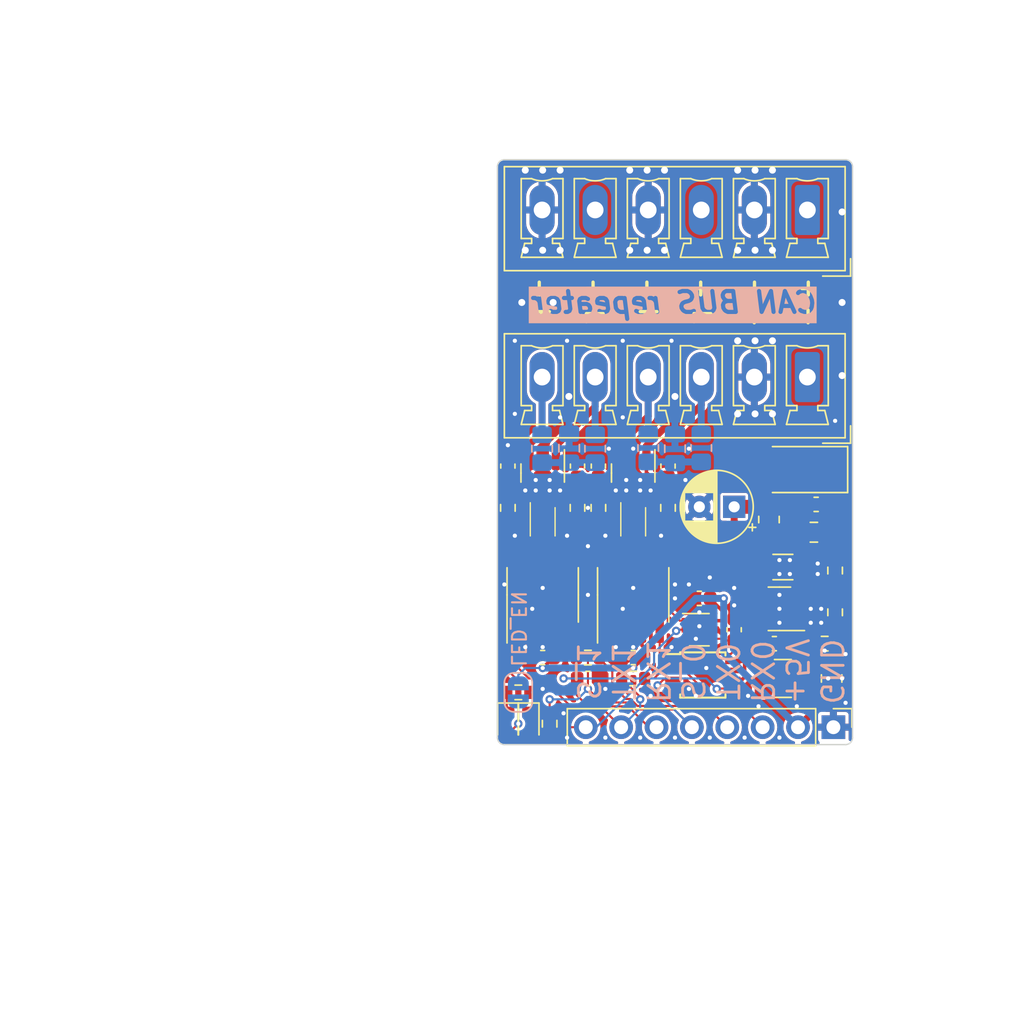
<source format=kicad_pcb>
(kicad_pcb (version 20221018) (generator pcbnew)
  (layers (0 "F.Cu" signal) (31 "B.Cu" signal) (34 "B.Paste" user) (35 "F.Paste" user) (36 "B.SilkS" user "B.Silkscreen") (37 "F.SilkS" user "F.Silkscreen") (38 "B.Mask" user) (39 "F.Mask" user) (44 "Edge.Cuts" user))
  (net 0 "")
  (net 1 "GND")
  (net 2 "/L_1")
  (net 3 "/XCVR1/CAN_{SPLIT}")
  (net 4 "/H_1")
  (net 5 "/L_0")
  (net 6 "+24V")
  (net 7 "/vreg/BST")
  (net 8 "/vreg/FB")
  (net 9 "/vreg/SW")
  (net 10 "/vreg/EN")
  (net 11 "/XCVR/CAN_{SPLIT}")
  (net 12 "/H_0")
  (net 13 "/TX_1")
  (net 14 "/RX_1")
  (net 15 "/TX_0")
  (net 16 "/RX_0")
  (net 17 "/XCVR1/H")
  (net 18 "/XCVR1/L")
  (net 19 "/XCVR/H")
  (net 20 "/XCVR/L")
  (net 21 "+5V")
  (net 22 "/S_1")
  (net 23 "/S_0")
  (net 24 "/CLK")
  (net 25 "Net-(D4-K)")
  (net 26 "+5VL")
  (net 27 "Net-(D5-K)")
  (net 28 "VBUS")
  (net 29 "Net-(F1-Pad2)")
  (net 30 "Net-(L4-Pad1)")
  (net 31 "Net-(L4-Pad4)")
  (net 32 "Net-(L5-Pad1)")
  (net 33 "Net-(L5-Pad4)")
  (footprint "Diode_SMD:D_SMA" (layer "F.Cu") (at 134 70.25 180)
    (fp_text reference "D1" hide)
    (fp_text value "D_Zener")
  )
  (footprint "Capacitor_SMD:C_0603_1608Metric" (layer "F.Cu") (at 122 83.75)
    (fp_text reference "C26" hide)
    (fp_text value "100n")
  )
  (footprint "Capacitor_SMD:C_0603_1608Metric" (layer "F.Cu") (at 124.5 70 90)
    (fp_text reference "C16" hide)
    (fp_text value "C")
  )
  (footprint "Resistor_SMD:R_0603_1608Metric" (layer "F.Cu") (at 136.499999 80.5 -90)
    (fp_text reference "R44" hide)
    (fp_text value "8k2")
  )
  (footprint "Capacitor_SMD:C_0603_1608Metric" (layer "F.Cu") (at 118.75 85.25)
    (fp_text reference "C12" hide)
    (fp_text value "5pF")
  )
  (footprint "Inductor_SMD:L_CommonModeChoke_Coilcraft_0805USB" (layer "F.Cu") (at 122 74)
    (fp_text reference "L5" hide)
    (fp_text value "L_Ferrite_Coupled")
  )
  (footprint "Package_SO:SOIC-8_3.9x4.9mm_P1.27mm" (layer "F.Cu") (at 122 79.25 90)
    (fp_text reference "U6" hide)
    (fp_text value "TJA1051T-3")
  )
  (footprint "Resistor_SMD:R_0603_1608Metric" (layer "F.Cu") (at 113 73 -90)
    (fp_text reference "R17" hide)
    (fp_text value "R")
  )
  (footprint "Package_SO:SOIC-8_3.9x4.9mm_P1.27mm" (layer "F.Cu") (at 115.5 79.25 90)
    (fp_text reference "U1" hide)
    (fp_text value "TJA1051T-3")
  )
  (footprint "Resistor_SMD:R_0603_1608Metric" (layer "F.Cu") (at 136.5 77.5 90)
    (fp_text reference "R42" hide)
    (fp_text value "1M")
  )
  (footprint "LED_SMD:LED_0603_1608Metric" (layer "F.Cu") (at 113 88.5 -90)
    (fp_text reference "D5" hide)
    (fp_text value "LED_1")
  )
  (footprint "Package_SO:TSSOP-8_3x3mm_P0.65mm" (layer "F.Cu") (at 127 85)
    (fp_text reference "U3" hide)
    (fp_text value "74LVC2G74")
  )
  (footprint "Package_TO_SOT_SMD:SOT-23" (layer "F.Cu") (at 122 70.5 -90)
    (fp_text reference "D7" hide)
    (fp_text value "SM712_SOT23")
  )
  (footprint "LED_SMD:LED_0603_1608Metric" (layer "F.Cu") (at 114.5 88.5 -90)
    (fp_text reference "D4" hide)
    (fp_text value "LED_0")
  )
  (footprint "Package_TO_SOT_SMD:SOT-23" (layer "F.Cu") (at 115.5 70.5 -90)
    (fp_text reference "D6" hide)
    (fp_text value "SM712_SOT23")
  )
  (footprint "Capacitor_SMD:C_0603_1608Metric" (layer "F.Cu") (at 113 70 90)
    (fp_text reference "C15" hide)
    (fp_text value "C")
  )
  (footprint "Resistor_SMD:R_0603_1608Metric" (layer "F.Cu") (at 119.5 73 -90)
    (fp_text reference "R21" hide)
    (fp_text value "R")
  )
  (footprint "Capacitor_SMD:C_0603_1608Metric" (layer "F.Cu") (at 119.5 70 90)
    (fp_text reference "C18" hide)
    (fp_text value "C")
  )
  (footprint "Connector_Phoenix_MC:PhoenixContact_MCV_1,5_6-G-3.81_1x06_P3.81mm_Vertical" (layer "F.Cu") (at 134.5075 51.6075 180)
    (fp_text reference "J3" hide)
    (fp_text value "Screw_Terminal_01x06")
  )
  (footprint "Capacitor_SMD:C_1206_3216Metric" (layer "F.Cu") (at 132.75 77.25 180)
    (fp_text reference "C40" hide)
    (fp_text value "10u")
  )
  (footprint "Capacitor_SMD:C_0603_1608Metric" (layer "F.Cu") (at 132.1375 82.75 180)
    (fp_text reference "C41" hide)
    (fp_text value "100n")
  )
  (footprint "Inductor_SMD:L_CommonModeChoke_Coilcraft_0805USB" (layer "F.Cu") (at 115.5 74)
    (fp_text reference "L4" hide)
    (fp_text value "L_Ferrite_Coupled")
  )
  (footprint "Capacitor_SMD:C_0603_1608Metric" (layer "F.Cu") (at 118 70 90)
    (fp_text reference "C2" hide)
    (fp_text value "C")
  )
  (footprint "Resistor_SMD:R_0603_1608Metric" (layer "F.Cu") (at 118.75 83.75)
    (fp_text reference "R3" hide)
    (fp_text value "R")
  )
  (footprint "Resistor_SMD:R_0603_1608Metric" (layer "F.Cu") (at 122 85.25 180)
    (fp_text reference "R2" hide)
    (fp_text value "R")
  )
  (footprint "Resistor_SMD:R_0603_1608Metric" (layer "F.Cu") (at 113.75 86.25 180)
    (fp_text reference "R5" hide)
    (fp_text value "R")
  )
  (footprint "Inductor_SMD:L_1210_3225Metric" (layer "F.Cu") (at 132.75 85.25)
    (fp_text reference "L2" hide)
    (fp_text value "22u")
  )
  (footprint "Resistor_SMD:R_0603_1608Metric" (layer "F.Cu") (at 135.75 82.75)
    (fp_text reference "R43" hide)
    (fp_text value "43k")
  )
  (footprint "Capacitor_SMD:C_0603_1608Metric" (layer "F.Cu") (at 126.75 79.5)
    (fp_text reference "C11" hide)
    (fp_text value "100n")
  )
  (footprint "Connector_PinHeader_2.54mm:PinHeader_1x08_P2.54mm_Vertical" (layer "F.Cu") (at 136.375 88.75 -90)
    (fp_text reference "J2" hide)
    (fp_text value "Conn_01x08")
  )
  (footprint "Package_TO_SOT_SMD:SOT-23-6" (layer "F.Cu") (at 132.5 80.25 180)
    (fp_text reference "U8" hide)
    (fp_text value "TD1465")
  )
  (footprint "Fuse:Fuse_0805_2012Metric_Pad1.15x1.40mm_HandSolder" (layer "F.Cu") (at 134.975 74.75 180)
    (fp_text reference "F1" hide)
    (fp_text value "Fuse")
  )
  (footprint "Capacitor_SMD:C_0805_2012Metric" (layer "F.Cu") (at 136.25 85.25 -90)
    (fp_text reference "C42" hide)
    (fp_text value "22u")
  )
  (footprint "Resistor_SMD:R_0603_1608Metric" (layer "F.Cu") (at 116 88.5 90)
    (fp_text reference "R4" hide)
    (fp_text value "R")
  )
  (footprint "Connector_Phoenix_MC:PhoenixContact_MCV_1,5_6-G-3.81_1x06_P3.81mm_Vertical" (layer "F.Cu") (at 134.5075 63.6075 180)
    (fp_text reference "J1" hide)
    (fp_text value "Screw_Terminal_01x06")
  )
  (footprint "Resistor_SMD:R_0603_1608Metric" (layer "F.Cu") (at 124.5 73 -90)
    (fp_text reference "R18" hide)
    (fp_text value "R")
  )
  (footprint "Resistor_SMD:R_0603_1608Metric" (layer "F.Cu") (at 118 73 -90)
    (fp_text reference "R14" hide)
    (fp_text value "R")
  )
  (footprint "Capacitor_SMD:C_0603_1608Metric" (layer "F.Cu") (at 115.5 83.75)
    (fp_text reference "C7" hide)
    (fp_text value "100n")
  )
  (footprint "Capacitor_SMD:C_0603_1608Metric_Pad1.08x0.95mm_HandSolder" (layer "F.Cu") (at 135.1375 72.75 180)
    (fp_text reference "C1" hide)
    (fp_text value "C")
  )
  (footprint "Capacitor_THT:CP_Radial_D5.0mm_P2.50mm" (layer "F.Cu") (at 129.25 72.925 180)
    (fp_text reference "C3" hide)
    (fp_text value "C_Polarized")
  )
  (footprint "Package_TO_SOT_SMD:SOT-353_SC-70-5" (layer "F.Cu") (at 126.75 81.75)
    (fp_text reference "U2" hide)
    (fp_text value "74LVC1G00")
  )
  (footprint "Capacitor_SMD:C_0603_1608Metric" (layer "F.Cu") (at 129.25 81.75 90)
    (fp_text reference "C13" hide)
    (fp_text value "C")
  )
  (footprint "Resistor_SMD:R_0805_2012Metric" (layer "F.Cu") (at 131.75 73.8375 90)
    (fp_text reference "R1" hide)
    (fp_text value "R")
  )
  (footprint "Resistor_SMD:R_0805_2012Metric_Pad1.20x1.40mm_HandSolder" (layer "B.Cu") (at 115.4575 68.75 90)
    (fp_text reference "R16" hide)
    (fp_text value "R")
  )
  (footprint "Capacitor_SMD:C_0805_2012Metric_Pad1.18x1.45mm_HandSolder" (layer "B.Cu") (at 117.4 68.7125 90)
    (fp_text reference "C14" hide)
    (fp_text value "C")
  )
  (footprint "Resistor_SMD:R_0805_2012Metric_Pad1.20x1.40mm_HandSolder" (layer "B.Cu") (at 119.2675 68.75 -90)
    (fp_text reference "R15" hide)
    (fp_text value "R")
  )
  (footprint "Resistor_SMD:R_0805_2012Metric_Pad1.20x1.40mm_HandSolder" (layer "B.Cu") (at 126.8875 68.7 -90)
    (fp_text reference "R19" hide)
    (fp_text value "R")
  )
  (footprint "Resistor_SMD:R_0805_2012Metric_Pad1.20x1.40mm_HandSolder" (layer "B.Cu") (at 123.0775 68.7 90)
    (fp_text reference "R20" hide)
    (fp_text value "R")
  )
  (footprint "Capacitor_SMD:C_0805_2012Metric_Pad1.18x1.45mm_HandSolder" (layer "B.Cu") (at 125 68.75 90)
    (fp_text reference "C17" hide)
    (fp_text value "C")
  )
  (footprint "Jumper:SolderJumper-2_P1.3mm_Open_RoundedPad1.0x1.5mm" (layer "B.Cu") (at 113.75 86.25 -90)
    (fp_text reference "JP1" hide)
    (fp_text value "SolderJumper_2_Open")
  )
  (gr_line (start 112.75 90) (end 137.25 90) (stroke (width 0.1)) (layer "Edge.Cuts"))
  (gr_line (start 137.25 48) (end 112.75 48) (stroke (width 0.1)) (layer "Edge.Cuts"))
  (gr_arc (start 112.75 90) (mid 112.396447 89.853553) (end 112.25 89.5) (stroke (width 0.1)) (layer "Edge.Cuts"))
  (gr_line (start 112.25 48.5) (end 112.25 89.5) (stroke (width 0.1)) (layer "Edge.Cuts"))
  (gr_line (start 137.75 89.5) (end 137.75 48.5) (stroke (width 0.1)) (layer "Edge.Cuts"))
  (gr_arc (start 137.250001 48) (mid 137.603553 48.146447) (end 137.75 48.499999) (stroke (width 0.1)) (layer "Edge.Cuts"))
  (gr_arc (start 112.25 48.499999) (mid 112.396447 48.146447) (end 112.749999 48) (stroke (width 0.1)) (layer "Edge.Cuts"))
  (gr_arc (start 137.749999 89.5) (mid 137.603552 89.853552) (end 137.25 89.999999) (stroke (width 0.1)) (layer "Edge.Cuts"))
  (gr_text "LED_EN" (at 113.75 84.5 270) (layer "B.SilkS") (effects (font (size 1 1)) (justify left mirror)))
  (gr_text "GND\n+5V\nRX0\nTX0\nS_0\nRX1\nTX1\nS_1" (at 127.5 84.75 270) (layer "B.SilkS") (effects (font (size 1.55 1.55) (thickness 0.2)) (justify mirror)))
  (gr_text "CAN BUS repeater" (at 125 58.25) (layer "B.SilkS" knockout) (effects (font (size 1.5 1.5) (thickness 0.3) bold italic) (justify mirror)))
  (gr_text "+\n\n-\n\nL\n\nH\n\nL\n\nH" (at 124.9825 59.25 270) (layer "F.SilkS") (effects (font (size 1.2 1.2) (thickness 0.24) bold)))
  (gr_text "+\n\n-\n\n+\n\n-\n\n+\n\n-" (at 125 57.25 270) (layer "F.SilkS") (effects (font (size 1.2 1.2) (thickness 0.24) bold)))
  (segment (start 125.975 85.975) (end 126 86) (width 0.25) (layer "F.Cu") (net 1))
  (segment (start 124.85 85.975) (end 125.975 85.975) (width 0.25) (layer "F.Cu") (net 1))
  (segment (start 125.8 82.4) (end 126.5 82.4) (width 0.25) (layer "F.Cu") (net 1))
  (via (at 117.25 75) (size 0.6) (drill 0.3) (layers "F.Cu" "B.Cu") (net 1))
  (via (at 118.75 73) (size 0.6) (drill 0.3) (layers "F.Cu" "B.Cu") (net 1))
  (via (at 120 89.5) (size 0.6) (drill 0.3) (layers "F.Cu" "B.Cu") (net 1))
  (via (at 129.5 48.75) (size 0.8) (drill 0.5) (layers "F.Cu" "B.Cu") (net 1))
  (via (at 124 75) (size 0.6) (drill 0.3) (layers "F.Cu" "B.Cu") (net 1))
  (via (at 126 78.5) (size 0.6) (drill 0.3) (layers "F.Cu" "B.Cu") (net 1))
  (via (at 132 61) (size 0.8) (drill 0.5) (layers "F.Cu" "B.Cu") (net 1))
  (via (at 127.25 84.5) (size 0.6) (drill 0.3) (layers "F.Cu" "B.Cu") (net 1))
  (via (at 137.25 87) (size 0.6) (drill 0.3) (layers "F.Cu" "B.Cu") (net 1))
  (via (at 114 58.25) (size 0.8) (drill 0.5) (layers "F.Cu" "B.Cu") (net 1))
  (via (at 121.5 71.75) (size 0.6) (drill 0.3) (layers "F.Cu" "B.Cu") (net 1))
  (via (at 117.25 61) (size 0.6) (drill 0.3) (layers "F.Cu" "B.Cu") (net 1))
  (via (at 112.75 78.5) (size 0.6) (drill 0.3) (layers "F.Cu" "B.Cu") (net 1))
  (via (at 129.25 78.75) (size 0.6) (drill 0.3) (layers "F.Cu" "B.Cu") (net 1))
  (via (at 120.25 68.75) (size 0.6) (drill 0.3) (layers "F.Cu" "B.Cu") (net 1))
  (via (at 135.25 77) (size 0.6) (drill 0.3) (layers "F.Cu" "B.Cu") (net 1))
  (via (at 130.25 86.5) (size 0.6) (drill 0.3) (layers "F.Cu" "B.Cu") (net 1))
  (via (at 121.5 71) (size 0.6) (drill 0.3) (layers "F.Cu" "B.Cu") (net 1))
  (via (at 126.75 81.5) (size 0.6) (drill 0.3) (layers "F.Cu" "B.Cu") (net 1))
  (via (at 123.25 71.75) (size 0.6) (drill 0.3) (layers "F.Cu" "B.Cu") (net 1))
  (via (at 133.25 77.75) (size 0.6) (drill 0.3) (layers "F.Cu" "B.Cu") (net 1))
  (via (at 124.75 61) (size 0.6) (drill 0.3) (layers "F.Cu" "B.Cu") (net 1))
  (via (at 134.75 81.25) (size 0.6) (drill 0.3) (layers "F.Cu" "B.Cu") (net 1))
  (via (at 132.5 89.5) (size 0.6) (drill 0.3) (layers "F.Cu" "B.Cu") (net 1))
  (via (at 126 86) (size 0.6) (drill 0.3) (layers "F.Cu" "B.Cu") (net 1))
  (via (at 114.25 83) (size 0.6) (drill 0.3) (layers "F.Cu" "B.Cu") (net 1))
  (via (at 132.5 79.25) (size 0.6) (drill 0.3) (layers "F.Cu" "B.Cu") (net 1))
  (via (at 116.75 48.75) (size 0.8) (drill 0.5) (layers "F.Cu" "B.Cu") (net 1))
  (via (at 130.75 48.75) (size 0.8) (drill 0.5) (layers "F.Cu" "B.Cu") (net 1))
  (via (at 121.75 54.5) (size 0.8) (drill 0.5) (layers "F.Cu" "B.Cu") (net 1))
  (via (at 122.5 89.5) (size 0.6) (drill 0.3) (layers "F.Cu" "B.Cu") (net 1))
  (via (at 114.25 54.5) (size 0.8) (drill 0.5) (layers "F.Cu" "B.Cu") (net 1))
  (via (at 116.25 58.25) (size 0.8) (drill 0.5) (layers "F.Cu" "B.Cu") (net 1))
  (via (at 113 68.5) (size 0.6) (drill 0.3) (layers "F.Cu" "B.Cu") (net 1))
  (via (at 117.38 65) (size 0.8) (drill 0.5) (layers "F.Cu" "B.Cu") (net 1))
  (via (at 116.75 66.5) (size 0.6) (drill 0.3) (layers "F.Cu" "B.Cu") (net 1))
  (via (at 121.25 61) (size 0.6) (drill 0.3) (layers "F.Cu" "B.Cu") (net 1))
  (via (at 113.5 75) (size 0.6) (drill 0.3) (layers "F.Cu" "B.Cu") (net 1))
  (via (at 137.25 83.5) (size 0.6) (drill 0.3) (layers "F.Cu" "B.Cu") (net 1))
  (via (at 132 66.25) (size 0.8) (drill 0.5) (layers "F.Cu" "B.Cu") (net 1))
  (via (at 122 68.75) (size 0.6) (drill 0.3) (layers "F.Cu" "B.Cu") (net 1))
  (via (at 123 54.5) (size 0.8) (drill 0.5) (layers "F.Cu" "B.Cu") (net 1))
  (via (at 122 78.75) (size 0.6) (drill 0.3) (layers "F.Cu" "B.Cu") (net 1))
  (via (at 117 87.75) (size 0.6) (drill 0.3) (layers "F.Cu" "B.Cu") (net 1))
  (via (at 122 83) (size 0.6) (drill 0.3) (layers "F.Cu" "B.Cu") (net 1))
  (via (at 123.25 86.5) (size 0.6) (drill 0.3) (layers "F.Cu" "B.Cu") (net 1))
  (via (at 120.75 83) (size 0.6) (drill 0.3) (layers "F.Cu" "B.Cu") (net 1))
  (via (at 115.5 78.75) (size 0.6) (drill 0.3) (layers "F.Cu" "B.Cu") (net 1))
  (via (at 122.5 71) (size 0.6) (drill 0.3) (layers "F.Cu" "B.Cu") (net 1))
  (via (at 125 78.5) (size 0.6) (drill 0.3) (layers "F.Cu" "B.Cu") (net 1))
  (via (at 116.75 71.75) (size 0.6) (drill 0.3) (layers "F.Cu" "B.Cu") (net 1))
  (via (at 117.25 89.5) (size 0.6) (drill 0.3) (layers "F.Cu" "B.Cu") (net 1))
  (via (at 113.5 61) (size 0.6) (drill 0.3) (layers "F.Cu" "B.Cu") (net 1))
  (via (at 132.5 80.25) (size 0.6) (drill 0.3) (layers "F.Cu" "B.Cu") (net 1))
  (via (at 115.5 83) (size 0.6) (drill 0.3) (layers "F.Cu" "B.Cu") (net 1))
  (via (at 125 79.5) (size 0.6) (drill 0.3) (layers "F.Cu" "B.Cu") (net 1))
  (via (at 132.5 81.25) (size 0.6) (drill 0.3) (layers "F.Cu" "B.Cu") (net 1))
  (via (at 130.75 61) (size 0.8) (drill 0.5) (layers "F.Cu" "B.Cu") (net 1))
  (via (at 133.25 76.75) (size 0.6) (drill 0.3) (layers "F.Cu" "B.Cu") (net 1))
  (via (at 132.5 77.75) (size 0.6) (drill 0.3) (layers "F.Cu" "B.Cu") (net 1))
  (via (at 121.25 66.5) (size 0.6) (drill 0.3) (layers "F.Cu" "B.Cu") (net 1))
  (via (at 129.5 66.25) (size 0.8) (drill 0.5) (layers "F.Cu" "B.Cu") (net 1))
  (via (at 135.25 77.75) (size 0.6) (drill 0.3) (layers "F.Cu" "B.Cu") (net 1))
  (via (at 125 89.5) (size 0.6) (drill 0.3) (layers "F.Cu" "B.Cu") (net 1))
  (via (at 131 87.25) (size 0.6) (drill 0.3) (layers "F.Cu" "B.Cu") (net 1))
  (via (at 124.25 48.75) (size 0.8) (drill 0.5) (layers "F.Cu" "B.Cu") (net 1))
  (via (at 132 54.5) (size 0.8) (drill 0.5) (layers "F.Cu" "B.Cu") (net 1))
  (via (at 135.75 83.25) (size 0.6) (drill 0.3) (layers "F.Cu" "B.Cu") (net 1))
  (via (at 137 51.75) (size 0.8) (drill 0.5) (layers "F.Cu" "B.Cu") (net 1))
  (via (at 115.5 86) (size 0.6) (drill 0.3) (layers "F.Cu" "B.Cu") (net 1))
  (via (at 126.5 82.4) (size 0.6) (drill 0.3) (layers "F.Cu" "B.Cu") (net 1))
  (via (at 133.75 87.25) (size 0.6) (drill 0.3) (layers "F.Cu" "B.Cu") (net 1))
  (via (at 115.5 54.5) (size 0.8) (drill 0.5) (layers "F.Cu" "B.Cu") (net 1))
  (via (at 113.5 66.25) (size 0.6) (drill 0.3) (layers "F.Cu" "B.Cu") (net 1))
  (via (at 126 68.75) (size 0.6) (drill 0.3) (layers "F.Cu" "B.Cu") (net 1))
  (via (at 124.75 83) (size 0.6) (drill 0.3) (layers "F.Cu" "B.Cu") (net 1))
  (via (at 116 71.75) (size 0.6) (drill 0.3) (layers "F.Cu" "B.Cu") (net 1))
  (via (at 118.75 79.25) (size 0.6) (drill 0.3) (layers "F.Cu" "B.Cu") (net 1))
  (via (at 121.25 80.25) (size 0.6) (drill 0.3) (layers "F.Cu" "B.Cu") (net 1))
  (via (at 129.5 54.5) (size 0.8) (drill 0.5) (layers "F.Cu" "B.Cu") (net 1))
  (via (at 120 86) (size 0.6) (drill 0.3) (layers "F.Cu" "B.Cu") (net 1))
  (via (at 120.75 71.75) (size 0.6) (drill 0.3) (layers "F.Cu" "B.Cu") (net 1))
  (via (at 126.75 80.5) (size 0.6) (drill 0.3) (layers "F.Cu" "B.Cu") (net 1))
  (via (at 118.75 75.75) (size 0.6) (drill 0.3) (layers "F.Cu" "B.Cu") (net 1))
  (via (at 114.25 48.75) (size 0.8) (drill 0.5) (layers "F.Cu" "B.Cu") (net 1))
  (via (at 114.25 71.75) (size 0.6) (drill 0.3) (layers "F.Cu" "B.Cu") (net 1))
  (via (at 134.75 80.25) (size 0.6) (drill 0.3) (layers "F.Cu" "B.Cu") (net 1))
  (via (at 135.5 80.25) (size 0.6) (drill 0.3) (layers "F.Cu" "B.Cu") (net 1))
  (via (at 120 75) (size 0.6) (drill 0.3) (layers "F.Cu" "B.Cu") (net 1))
  (via (at 122.5 71.75) (size 0.6) (drill 0.3) (layers "F.Cu" "B.Cu") (net 1))
  (via (at 114.75 80.25) (size 0.6) (drill 0.3) (layers "F.Cu" "B.Cu") (net 1))
  (via (at 129.25 80) (size 0.6) (drill 0.3) (layers "F.Cu" "B.Cu") (net 1))
  (via (at 115 71) (size 0.6) (drill 0.3) (layers "F.Cu" "B.Cu") (net 1))
  (via (at 137 58.25) (size 0.8) (drill 0.5) (layers "F.Cu" "B.Cu") (net 1))
  (via (at 126.5 86.5) (size 0.6) (drill 0.3) (layers "F.Cu" "B.Cu") (net 1))
  (via (at 116.75 54.5) (size 0.8) (drill 0.5) (layers "F.Cu" "B.Cu") (net 1))
  (via (at 137 85.25) (size 0.6) (drill 0.3) (layers "F.Cu" "B.Cu") (net 1))
  (via (at 130 89.5) (size 0.6) (drill 0.3) (layers "F.Cu" "B.Cu") (net 1))
  (via (at 136 85.25) (size 0.6) (drill 0.3) (layers "F.Cu" "B.Cu") (net 1))
  (via (at 132.5 76.75) (size 0.6) (drill 0.3) (layers "F.Cu" "B.Cu") (net 1))
  (via (at 136.5 66.75) (size 0.6) (drill 0.3) (layers "F.Cu" "B.Cu") (net 1))
  (via (at 123 48.75) (size 0.8) (drill 0.5) (layers "F.Cu" "B.Cu") (net 1))
  (via (at 127.5 78) (size 0.6) (drill 0.3) (layers "F.Cu" "B.Cu") (net 1))
  (via (at 127.5 89.5) (size 0.6) (drill 0.3) (layers "F.Cu" "B.Cu") (net 1))
  (via (at 125.75 71) (size 0.6) (drill 0.3) (layers "F.Cu" "B.Cu") (net 1))
  (via (at 121.75 48.75) (size 0.8) (drill 0.5) (layers "F.Cu" "B.Cu") (net 1))
  (via (at 124.25 54.5) (size 0.8) (drill 0.5) (layers "F.Cu" "B.Cu") (net 1))
  (via (at 129.5 61) (size 0.8) (drill 0.5) (layers "F.Cu" "B.Cu") (net 1))
  (via (at 137 63.5) (size 0.8) (drill 0.5) (layers "F.Cu" "B.Cu") (net 1))
  (via (at 130.75 54.5) (size 0.8) (drill 0.5) (layers "F.Cu" "B.Cu") (net 1))
  (via (at 125 65) (size 0.8) (drill 0.5) (layers "F.Cu" "B.Cu") (net 1))
  (via (at 115.5 48.75) (size 0.8) (drill 0.5) (layers "F.Cu" "B.Cu") (net 1))
  (via (at 130.75 66.25) (size 0.8) (drill 0.5) (layers "F.Cu" "B.Cu") (net 1))
  (via (at 116 71) (size 0.6) (drill 0.3) (layers "F.Cu" "B.Cu") (net 1))
  (via (at 115 71.75) (size 0.6) (drill 0.3) (layers "F.Cu" "B.Cu") (net 1))
  (via (at 135.5 81.25) (size 0.6) (drill 0.3) (layers "F.Cu" "B.Cu") (net 1))
  (via (at 132 48.75) (size 0.8) (drill 0.5) (layers "F.Cu" "B.Cu") (net 1))
  (segment (start 119.2675 65.7325) (end 116.45 68.55) (width 0.5) (layer "F.Cu") (net 2))
  (segment (start 118 70.775) (end 118 72.175) (width 0.25) (layer "F.Cu") (net 2))
  (segment (start 116.45 69.5625) (end 116.45 70.45) (width 0.25) (layer "F.Cu") (net 2))
  (segment (start 116.775 70.775) (end 118 70.775) (width 0.25) (layer "F.Cu") (net 2))
  (segment (start 116.45 70.45) (end 116.775 70.775) (width 0.25) (layer "F.Cu") (net 2))
  (segment (start 116.45 68.55) (end 116.45 69.5625) (width 0.5) (layer "F.Cu") (net 2))
  (segment (start 119.2675 63.6075) (end 119.2675 65.7325) (width 0.5) (layer "F.Cu") (net 2))
  (segment (start 119.2675 63.6075) (end 119.2675 67.75) (width 0.5) (layer "B.Cu") (net 2))
  (segment (start 119.2675 69.75) (end 115.4575 69.75) (width 0.5) (layer "B.Cu") (net 3))
  (segment (start 115.4575 63.6075) (end 115.4575 67.5425) (width 0.5) (layer "F.Cu") (net 4))
  (segment (start 114.55 68.45) (end 114.55 69.5625) (width 0.5) (layer "F.Cu") (net 4))
  (segment (start 115.4575 67.5425) (end 114.55 68.45) (width 0.5) (layer "F.Cu") (net 4))
  (segment (start 114.225 70.775) (end 113 70.775) (width 0.25) (layer "F.Cu") (net 4))
  (segment (start 113 70.775) (end 113 72.175) (width 0.25) (layer "F.Cu") (net 4))
  (segment (start 114.55 70.45) (end 114.225 70.775) (width 0.25) (layer "F.Cu") (net 4))
  (segment (start 114.55 69.5625) (end 114.55 70.45) (width 0.25) (layer "F.Cu") (net 4))
  (segment (start 115.4575 63.6075) (end 115.4575 67.75) (width 0.5) (layer "B.Cu") (net 4))
  (segment (start 122.95 69.5625) (end 122.95 70.45) (width 0.25) (layer "F.Cu") (net 5))
  (segment (start 125.5 67) (end 124.5 67) (width 0.5) (layer "F.Cu") (net 5))
  (segment (start 126.8875 65.6125) (end 125.5 67) (width 0.5) (layer "F.Cu") (net 5))
  (segment (start 122.95 68.55) (end 122.95 69.5625) (width 0.5) (layer "F.Cu") (net 5))
  (segment (start 123.275 70.775) (end 124.5 70.775) (width 0.25) (layer "F.Cu") (net 5))
  (segment (start 122.95 70.45) (end 123.275 70.775) (width 0.25) (layer "F.Cu") (net 5))
  (segment (start 124.5 70.775) (end 124.5 72.175) (width 0.25) (layer "F.Cu") (net 5))
  (segment (start 126.8875 63.6075) (end 126.8875 65.6125) (width 0.5) (layer "F.Cu") (net 5))
  (segment (start 124.5 67) (end 122.95 68.55) (width 0.5) (layer "F.Cu") (net 5))
  (segment (start 126.8875 63.6075) (end 126.8875 67.7) (width 0.5) (layer "B.Cu") (net 5))
  (segment (start 135.925 76.675) (end 136.5 76.675) (width 0.15) (layer "F.Cu") (net 6))
  (segment locked (start 135.25 76) (end 135.925 76.675) (width 0.15) (layer "F.Cu") (net 6))
  (segment (start 129.25 73) (end 129.25 74) (width 0.5) (layer "F.Cu") (net 6))
  (segment (start 131.275 76.025) (end 131.275 77.25) (width 0.5) (layer "F.Cu") (net 6))
  (segment (start 131.5 76) (end 135.25 76) (width 0.15) (layer "F.Cu") (net 6))
  (segment (start 129.825 72.925) (end 129.75 73) (width 1) (layer "F.Cu") (net 6))
  (segment (start 130.25 78.625001) (end 131.274999 77.600001) (width 0.5) (layer "F.Cu") (net 6))
  (segment (start 130.5 80.25) (end 130.25 79.999999) (width 0.5) (layer "F.Cu") (net 6))
  (segment (start 131.274999 76.225001) (end 131.5 76) (width 0.15) (layer "F.Cu") (net 6))
  (segment (start 129.75 73) (end 129.25 73) (width 1) (layer "F.Cu") (net 6))
  (segment (start 131.274999 77.25) (end 131.274999 76.225001) (width 0.15) (layer "F.Cu") (net 6))
  (segment (start 131.274999 77.600001) (end 131.274999 77.25) (width 0.5) (layer "F.Cu") (net 6))
  (segment (start 130.25 79.999999) (end 130.25 78.625001) (width 0.5) (layer "F.Cu") (net 6))
  (segment (start 131.75 72.925) (end 129.825 72.925) (width 1) (layer "F.Cu") (net 6))
  (segment (start 131.3625 80.25) (end 130.5 80.25) (width 0.5) (layer "F.Cu") (net 6))
  (segment (start 129.25 74) (end 131.275 76.025) (width 0.5) (layer "F.Cu") (net 6))
  (segment (start 131.274999 77.25) (end 131.274999 76.922442) (width 0.5) (layer "F.Cu") (net 6))
  (segment (start 133.6375 82.6125) (end 133.5 82.75) (width 0.25) (layer "F.Cu") (net 7))
  (segment (start 133.5 82.75) (end 132.775 82.75) (width 0.25) (layer "F.Cu") (net 7))
  (segment (start 133.6375 81.2) (end 133.6375 82.6125) (width 0.25) (layer "F.Cu") (net 7))
  (segment (start 135.925 79.675) (end 136.499999 79.675) (width 0.25) (layer "F.Cu") (net 8))
  (segment (start 133.6375 79.3) (end 135.55 79.3) (width 0.25) (layer "F.Cu") (net 8))
  (segment (start 135.55 79.3) (end 135.925 79.675) (width 0.25) (layer "F.Cu") (net 8))
  (segment (start 137.25 80.425001) (end 136.499999 79.675) (width 0.25) (layer "F.Cu") (net 8))
  (segment (start 137.25 82.074999) (end 137.25 80.425001) (width 0.25) (layer "F.Cu") (net 8))
  (segment (start 136.574999 82.75) (end 137.25 82.074999) (width 0.25) (layer "F.Cu") (net 8))
  (segment (start 131.3625 81.2) (end 131.3625 85.2375) (width 0.5) (layer "F.Cu") (net 9))
  (segment (start 131.3625 85.2375) (end 131.350001 85.25) (width 0.5) (layer "F.Cu") (net 9))
  (segment (start 135.675 78.325) (end 135.25 78.75) (width 0.15) (layer "F.Cu") (net 10))
  (segment (start 135.25 78.75) (end 131.5 78.749999) (width 0.15) (layer "F.Cu") (net 10))
  (segment (start 131.3625 78.8875) (end 131.3625 79.3) (width 0.15) (layer "F.Cu") (net 10))
  (segment (start 131.5 78.749999) (end 131.3625 78.8875) (width 0.15) (layer "F.Cu") (net 10))
  (segment (start 136.5 78.325) (end 135.675 78.325) (width 0.15) (layer "F.Cu") (net 10))
  (segment (start 123.0775 69.7) (end 126.8875 69.7) (width 0.5) (layer "B.Cu") (net 11))
  (segment (start 120.725 70.775) (end 119.5 70.775) (width 0.25) (layer "F.Cu") (net 12))
  (segment (start 123.0775 66.4225) (end 121.05 68.45) (width 0.5) (layer "F.Cu") (net 12))
  (segment (start 123.0775 63.6075) (end 123.0775 66.4225) (width 0.5) (layer "F.Cu") (net 12))
  (segment (start 119.5 70.775) (end 119.5 72.175) (width 0.25) (layer "F.Cu") (net 12))
  (segment (start 121.05 69.5625) (end 121.05 70.45) (width 0.25) (layer "F.Cu") (net 12))
  (segment (start 121.05 70.45) (end 120.725 70.775) (width 0.25) (layer "F.Cu") (net 12))
  (segment (start 121.05 68.45) (end 121.05 69.5625) (width 0.5) (layer "F.Cu") (net 12))
  (segment (start 123.0775 63.6075) (end 123.0775 67.7) (width 0.5) (layer "B.Cu") (net 12))
  (segment (start 119.635 87.25) (end 121.135 88.75) (width 0.15) (layer "F.Cu") (net 13))
  (segment (start 113.595 81.725) (end 113.595 84.345) (width 0.15) (layer "F.Cu") (net 13))
  (segment (start 113.595 84.345) (end 114.5 85.25) (width 0.15) (layer "F.Cu") (net 13))
  (segment (start 114.5 85.25) (end 115.5 85.25) (width 0.15) (layer "F.Cu") (net 13))
  (segment (start 121.175 85.25) (end 122.5 86.575) (width 0.15) (layer "F.Cu") (net 13))
  (segment (start 117.5 87.25) (end 119.635 87.25) (width 0.15) (layer "F.Cu") (net 13))
  (segment (start 115.5 85.25) (end 117.5 87.25) (width 0.15) (layer "F.Cu") (net 13))
  (segment (start 122.5 86.575) (end 122.5 86.75) (width 0.15) (layer "F.Cu") (net 13))
  (via (at 122.5 86.75) (size 0.6) (drill 0.3) (layers "F.Cu" "B.Cu") (net 13))
  (segment (start 122.5 87.385) (end 122.5 86.75) (width 0.15) (layer "B.Cu") (net 13))
  (segment (start 121.135 88.75) (end 122.5 87.385) (width 0.15) (layer "B.Cu") (net 13))
  (segment (start 117.975 85.25) (end 117.975 86.475) (width 0.15) (layer "F.Cu") (net 14))
  (segment (start 117.975 86.475) (end 118.500499 87.000499) (width 0.15) (layer "F.Cu") (net 14))
  (segment (start 117 85.25) (end 117.975 85.25) (width 0.15) (layer "F.Cu") (net 14))
  (segment (start 117.925 83.75) (end 117.925 85.2) (width 0.15) (layer "F.Cu") (net 14))
  (segment (start 117.925 85.2) (end 117.975 85.25) (width 0.15) (layer "F.Cu") (net 14))
  (segment (start 121.623259 87.25) (end 123.123259 88.75) (width 0.15) (layer "F.Cu") (net 14))
  (segment (start 125.8 81.75) (end 125.168532 81.75) (width 0.15) (layer "F.Cu") (net 14))
  (segment (start 123.123259 88.75) (end 123.675 88.75) (width 0.15) (layer "F.Cu") (net 14))
  (segment (start 119.738347 87.000499) (end 119.987848 87.25) (width 0.15) (layer "F.Cu") (net 14))
  (segment (start 117.405 81.725) (end 117.405 83.23) (width 0.15) (layer "F.Cu") (net 14))
  (segment (start 125.168532 81.75) (end 125.084266 81.834266) (width 0.15) (layer "F.Cu") (net 14))
  (segment (start 117.405 83.23) (end 117.925 83.75) (width 0.15) (layer "F.Cu") (net 14))
  (segment (start 119.987848 87.25) (end 121.623259 87.25) (width 0.15) (layer "F.Cu") (net 14))
  (segment (start 118.500499 87.000499) (end 119.738347 87.000499) (width 0.15) (layer "F.Cu") (net 14))
  (via (at 117 85.25) (size 0.6) (drill 0.3) (layers "F.Cu" "B.Cu") (net 14))
  (via (at 125.084266 81.834266) (size 0.6) (drill 0.3) (layers "F.Cu" "B.Cu") (net 14))
  (segment (start 123.5 84.25) (end 123.5 83.418532) (width 0.15) (layer "B.Cu") (net 14))
  (segment (start 123.5 83.418532) (end 125.084266 81.834266) (width 0.15) (layer "B.Cu") (net 14))
  (segment (start 117 85.25) (end 122.5 85.25) (width 0.15) (layer "B.Cu") (net 14))
  (segment (start 122.5 85.25) (end 123.5 84.25) (width 0.15) (layer "B.Cu") (net 14))
  (segment (start 119.575 83.825) (end 120.5 84.75) (width 0.15) (layer "F.Cu") (net 15))
  (segment (start 120.095 83.23) (end 119.575 83.75) (width 0.15) (layer "F.Cu") (net 15))
  (segment (start 121.4745 86.7245) (end 121.803455 86.7245) (width 0.15) (layer "F.Cu") (net 15))
  (segment (start 120.5 85.75) (end 121.4745 86.7245) (width 0.15) (layer "F.Cu") (net 15))
  (segment (start 121.803455 86.7245) (end 122.303455 87.2245) (width 0.15) (layer "F.Cu") (net 15))
  (segment (start 120.5 84.75) (end 120.5 85.75) (width 0.15) (layer "F.Cu") (net 15))
  (segment (start 127.2295 87.2245) (end 128.755 88.75) (width 0.15) (layer "F.Cu") (net 15))
  (segment (start 120.095 81.725) (end 120.095 83.23) (width 0.15) (layer "F.Cu") (net 15))
  (segment (start 122.303455 87.2245) (end 127.2295 87.2245) (width 0.15) (layer "F.Cu") (net 15))
  (segment (start 119.575 83.75) (end 119.575 83.825) (width 0.15) (layer "F.Cu") (net 15))
  (segment (start 129.795 87.25) (end 128.25 87.25) (width 0.15) (layer "F.Cu") (net 16))
  (segment (start 123.75 85) (end 123.5 85.25) (width 0.15) (layer "F.Cu") (net 16))
  (segment (start 125.35 81.1) (end 124.75 80.5) (width 0.15) (layer "F.Cu") (net 16))
  (segment (start 123.905 84.655) (end 123.905 84.845) (width 0.15) (layer "F.Cu") (net 16))
  (segment (start 124.85 84.675) (end 123.925 84.675) (width 0.15) (layer "F.Cu") (net 16))
  (segment (start 128.25 87.25) (end 125.675 84.675) (width 0.15) (layer "F.Cu") (net 16))
  (segment (start 123.905 80.595) (end 123.905 81.725) (width 0.15) (layer "F.Cu") (net 16))
  (segment (start 123.925 84.675) (end 123.905 84.655) (width 0.15) (layer "F.Cu") (net 16))
  (segment (start 124 80.5) (end 123.905 80.595) (width 0.15) (layer "F.Cu") (net 16))
  (segment (start 122.825 85.25) (end 122.825 85.175) (width 0.15) (layer "F.Cu") (net 16))
  (segment (start 125.8 81.1) (end 125.35 81.1) (width 0.15) (layer "F.Cu") (net 16))
  (segment (start 131.295 88.75) (end 129.795 87.25) (width 0.15) (layer "F.Cu") (net 16))
  (segment (start 123.5 85.25) (end 122.825 85.25) (width 0.15) (layer "F.Cu") (net 16))
  (segment (start 123.905 81.725) (end 123.905 84.655) (width 0.15) (layer "F.Cu") (net 16))
  (segment (start 123.905 84.845) (end 123.75 85) (width 0.15) (layer "F.Cu") (net 16))
  (segment (start 125.675 84.675) (end 124.85 84.675) (width 0.15) (layer "F.Cu") (net 16))
  (segment (start 124.75 80.5) (end 124 80.5) (width 0.15) (layer "F.Cu") (net 16))
  (segment (start 114.865 75.635) (end 114.865 76.775) (width 0.25) (layer "F.Cu") (net 17))
  (segment (start 115.065 74.835) (end 115.065 75.435) (width 0.25) (layer "F.Cu") (net 17))
  (segment (start 115.065 75.435) (end 114.865 75.635) (width 0.25) (layer "F.Cu") (net 17))
  (segment (start 116.135 75.635) (end 116.135 76.775) (width 0.25) (layer "F.Cu") (net 18))
  (segment (start 115.935 75.435) (end 116.135 75.635) (width 0.25) (layer "F.Cu") (net 18))
  (segment (start 115.935 74.835) (end 115.935 75.435) (width 0.25) (layer "F.Cu") (net 18))
  (segment (start 121.565 74.835) (end 121.565 75.435) (width 0.25) (layer "F.Cu") (net 19))
  (segment (start 121.565 75.435) (end 121.365 75.635) (width 0.25) (layer "F.Cu") (net 19))
  (segment (start 121.365 75.635) (end 121.365 76.775) (width 0.25) (layer "F.Cu") (net 19))
  (segment (start 122.635 75.635) (end 122.635 76.775) (width 0.25) (layer "F.Cu") (net 20))
  (segment (start 122.435 75.435) (end 122.635 75.635) (width 0.25) (layer "F.Cu") (net 20))
  (segment (start 122.435 74.835) (end 122.435 75.435) (width 0.25) (layer "F.Cu") (net 20))
  (segment (start 122.635 81.725) (end 122.635 80.615) (width 0.25) (layer "F.Cu") (net 21))
  (segment (start 122.775 83.75) (end 122.75 83.75) (width 0.25) (layer "F.Cu") (net 21))
  (segment (start 122.635 81.725) (end 122.635 82.885) (width 0.25) (layer "F.Cu") (net 21))
  (segment (start 122.75 83.75) (end 122 84.5) (width 0.25) (layer "F.Cu") (net 21))
  (segment (start 135.25 85.5) (end 135.95 86.2) (width 0.25) (layer "F.Cu") (net 21))
  (segment (start 134.149999 85.25) (end 134.15 85.9) (width 0.5) (layer "F.Cu") (net 21))
  (segment (start 116.135 81.725) (end 116.135 80.615) (width 0.25) (layer "F.Cu") (net 21))
  (segment (start 129.15 85.325) (end 129.825 85.325) (width 0.25) (layer "F.Cu") (net 21))
  (segment (start 116.135 80.615) (end 117.405 79.345) (width 0.25) (layer "F.Cu") (net 21))
  (segment (start 116.275 83.025) (end 116.275 83.75) (width 0.25) (layer "F.Cu") (net 21))
  (segment (start 136.25 86.335) (end 133.835 88.75) (width 0.5) (layer "F.Cu") (net 21))
  (segment (start 117.405 79.345) (end 117.405 76.775) (width 0.25) (layer "F.Cu") (net 21))
  (segment (start 122.635 82.885) (end 122.775 83.025) (width 0.25) (layer "F.Cu") (net 21))
  (segment (start 122.775 83.025) (end 122.775 83.75) (width 0.25) (layer "F.Cu") (net 21))
  (segment (start 127.525 79.5) (end 128.5 79.5) (width 0.25) (layer "F.Cu") (net 21))
  (segment (start 135.95 86.2) (end 136.25 86.2) (width 0.25) (layer "F.Cu") (net 21))
  (segment (start 116.25 83.75) (end 115.5 84.5) (width 0.25) (layer "F.Cu") (net 21))
  (segment (start 136.25 86.2) (end 136.25 86.335) (width 0.5) (layer "F.Cu") (net 21))
  (segment (start 116.135 82.885) (end 116.275 83.025) (width 0.25) (layer "F.Cu") (net 21))
  (segment (start 128.75 81.75) (end 128.5 81.5) (width 0.25) (layer "F.Cu") (net 21))
  (segment (start 123.905 79.345) (end 123.905 76.775) (width 0.25) (layer "F.Cu") (net 21))
  (segment (start 134.925 83.425) (end 135.25 83.75) (width 0.25) (layer "F.Cu") (net 21))
  (segment (start 134.45 86.2) (end 136.25 86.2) (width 0.5) (layer "F.Cu") (net 21))
  (segment (start 130 85.15) (end 130 82) (width 0.25) (layer "F.Cu") (net 21))
  (segment (start 116.275 83.75) (end 116.25 83.75) (width 0.25) (layer "F.Cu") (net 21))
  (segment (start 129.15 84.675) (end 130 84.675) (width 0.25) (layer "F.Cu") (net 21))
  (segment (start 129.75 81.75) (end 128.75 81.75) (width 0.25) (layer "F.Cu") (net 21))
  (segment (start 130 84.025) (end 129.15 84.025) (width 0.25) (layer "F.Cu") (net 21))
  (segment (start 130 82) (end 129.75 81.75) (width 0.25) (layer "F.Cu") (net 21))
  (segment (start 127.525 79.525) (end 127.525 79.5) (width 0.25) (layer "F.Cu") (net 21))
  (segment (start 134.925 82.75) (end 134.925 83.425) (width 0.25) (layer "F.Cu") (net 21))
  (segment (start 128.5 80.5) (end 127.525 79.525) (width 0.25) (layer "F.Cu") (net 21))
  (segment (start 127.7 81.1) (end 128.5 81.1) (width 0.25) (layer "F.Cu") (net 21))
  (segment (start 122.635 80.615) (end 123.905 79.345) (width 0.25) (layer "F.Cu") (net 21))
  (segment (start 116.135 81.725) (end 116.135 82.885) (width 0.25) (layer "F.Cu") (net 21))
  (segment (start 128.5 81.5) (end 128.5 81) (width 0.25) (layer "F.Cu") (net 21))
  (segment (start 129.825 85.325) (end 130 85.15) (width 0.25) (layer "F.Cu") (net 21))
  (segment (start 128.5 81) (end 128.5 80.5) (width 0.25) (layer "F.Cu") (net 21))
  (segment (start 134.15 85.9) (end 134.45 86.2) (width 0.5) (layer "F.Cu") (net 21))
  (segment (start 135.25 83.75) (end 135.25 85.5) (width 0.25) (layer "F.Cu") (net 21))
  (via (at 122 84.5) (size 0.6) (drill 0.3) (layers "F.Cu" "B.Cu") (net 21))
  (via (at 128.5 79.5) (size 0.6) (drill 0.3) (layers "F.Cu" "B.Cu") (net 21))
  (via (at 115.5 84.5) (size 0.6) (drill 0.3) (layers "F.Cu" "B.Cu") (net 21))
  (segment (start 126.5 79.5) (end 128.5 79.5) (width 0.5) (layer "B.Cu") (net 21))
  (segment (start 114.25 84.5) (end 115.5 84.5) (width 0.15) (layer "B.Cu") (net 21))
  (segment (start 133.835 88.75) (end 128.5 83.415) (width 0.5) (layer "B.Cu") (net 21))
  (segment (start 113.75 85.6) (end 113.75 85) (width 0.15) (layer "B.Cu") (net 21))
  (segment (start 113.75 85) (end 114.25 84.5) (width 0.15) (layer "B.Cu") (net 21))
  (segment (start 122 84.5) (end 122 84) (width 0.5) (layer "B.Cu") (net 21))
  (segment (start 128.5 83.415) (end 128.5 79.5) (width 0.5) (layer "B.Cu") (net 21))
  (segment (start 122 84) (end 126.5 79.5) (width 0.5) (layer "B.Cu") (net 21))
  (segment (start 115.5 84.5) (end 122 84.5) (width 0.5) (layer "B.Cu") (net 21))
  (segment (start 113.595 76.775) (end 113.595 79.405) (width 0.15) (layer "F.Cu") (net 22))
  (segment (start 117 88.5) (end 115.534835 88.5) (width 0.15) (layer "F.Cu") (net 22))
  (segment (start 129.15 85.975) (end 128.025 85.975) (width 0.15) (layer "F.Cu") (net 22))
  (segment (start 117 88.5) (end 117.25 88.75) (width 0.15) (layer "F.Cu") (net 22))
  (segment (start 115.25 86.925) (end 114.575 86.25) (width 0.15) (layer "F.Cu") (net 22))
  (segment (start 117.25 88.75) (end 118.595 88.75) (width 0.15) (layer "F.Cu") (net 22))
  (segment (start 113 80) (end 113 84.675) (width 0.15) (layer "F.Cu") (net 22))
  (segment (start 113 84.675) (end 114.575 86.25) (width 0.15) (layer "F.Cu") (net 22))
  (segment (start 113.595 79.405) (end 113 80) (width 0.15) (layer "F.Cu") (net 22))
  (segment (start 128.025 85.975) (end 128 86) (width 0.15) (layer "F.Cu") (net 22))
  (segment (start 115.25 88.215165) (end 115.25 86.925) (width 0.15) (layer "F.Cu") (net 22))
  (segment (start 115.534835 88.5) (end 115.25 88.215165) (width 0.15) (layer "F.Cu") (net 22))
  (via (at 128 86) (size 0.6) (drill 0.3) (layers "F.Cu" "B.Cu") (net 22))
  (segment (start 127.249501 85.249501) (end 122.853347 85.249501) (width 0.15) (layer "B.Cu") (net 22))
  (segment (start 119.352848 88.75) (end 118.595 88.75) (width 0.15) (layer "B.Cu") (net 22))
  (segment (start 122.853347 85.249501) (end 119.352848 88.75) (width 0.15) (layer "B.Cu") (net 22))
  (segment (start 128 86) (end 127.249501 85.249501) (width 0.15) (layer "B.Cu") (net 22))
  (segment (start 122.200108 87.474001) (end 124.939001 87.474001) (width 0.15) (layer "F.Cu") (net 23))
  (segment (start 118.75 81) (end 118.75 86) (width 0.15) (layer "F.Cu") (net 23))
  (segment (start 119.841694 86.750998) (end 120.064697 86.974001) (width 0.15) (layer "F.Cu") (net 23))
  (segment (start 120.064697 86.974001) (end 121.700108 86.974001) (width 0.15) (layer "F.Cu") (net 23))
  (segment (start 118.75 86) (end 119.500998 86.750998) (width 0.15) (layer "F.Cu") (net 23))
  (segment (start 120.095 76.775) (end 120.095 79.655) (width 0.15) (layer "F.Cu") (net 23))
  (segment (start 121.700108 86.974001) (end 122.200108 87.474001) (width 0.15) (layer "F.Cu") (net 23))
  (segment (start 120.095 79.655) (end 118.75 81) (width 0.15) (layer "F.Cu") (net 23))
  (segment (start 124.939001 87.474001) (end 126.215 88.75) (width 0.15) (layer "F.Cu") (net 23))
  (segment (start 116 87.675) (end 116 86.75) (width 0.15) (layer "F.Cu") (net 23))
  (segment (start 119.500998 86.750998) (end 119.841694 86.750998) (width 0.15) (layer "F.Cu") (net 23))
  (segment (start 124.85 85.325) (end 124.175 85.325) (width 0.15) (layer "F.Cu") (net 23))
  (segment (start 124.175 85.325) (end 123.75 85.75) (width 0.15) (layer "F.Cu") (net 23))
  (via (at 123.75 85.75) (size 0.6) (drill 0.3) (layers "F.Cu" "B.Cu") (net 23))
  (via (at 116 86.75) (size 0.6) (drill 0.3) (layers "F.Cu" "B.Cu") (net 23))
  (via (at 118.75 86) (size 0.6) (drill 0.3) (layers "F.Cu" "B.Cu") (net 23))
  (segment (start 116 86.75) (end 118 86.75) (width 0.15) (layer "B.Cu") (net 23))
  (segment (start 123.75 85.75) (end 123.75 86.285) (width 0.15) (layer "B.Cu") (net 23))
  (segment (start 123.75 86.285) (end 126.215 88.75) (width 0.15) (layer "B.Cu") (net 23))
  (segment (start 118 86.75) (end 118.75 86) (width 0.15) (layer "B.Cu") (net 23))
  (segment (start 129.25 82.525) (end 128.525 82.525) (width 0.15) (layer "F.Cu") (net 24))
  (segment locked (start 129.25 83.25) (end 129 83.5) (width 0.15) (layer "F.Cu") (net 24))
  (segment (start 129.25 82.525) (end 129.25 83.25) (width 0.15) (layer "F.Cu") (net 24))
  (segment (start 126.25 83.5) (end 125.725 84.025) (width 0.15) (layer "F.Cu") (net 24))
  (segment (start 125.725 84.025) (end 124.85 84.025) (width 0.15) (layer "F.Cu") (net 24))
  (segment (start 129 83.5) (end 126.25 83.5) (width 0.15) (layer "F.Cu") (net 24))
  (segment (start 128.4 82.4) (end 127.7 82.4) (width 0.15) (layer "F.Cu") (net 24))
  (segment (start 128.525 82.525) (end 128.4 82.4) (width 0.15) (layer "F.Cu") (net 24))
  (segment (start 114.5 88.25) (end 114.5 87.7125) (width 0.15) (layer "F.Cu") (net 25))
  (segment (start 115.575 89.325) (end 114.5 88.25) (width 0.15) (layer "F.Cu") (net 25))
  (segment (start 116 89.325) (end 115.575 89.325) (width 0.15) (layer "F.Cu") (net 25))
  (segment (start 113 89.2875) (end 113 89.25) (width 0.15) (layer "F.Cu") (net 26))
  (segment (start 113 89.25) (end 113.75 88.5) (width 0.15) (layer "F.Cu") (net 26))
  (segment (start 113 89.2875) (end 114.5 89.2875) (width 0.15) (layer "F.Cu") (net 26))
  (via (at 113.75 88.5) (size 0.6) (drill 0.3) (layers "F.Cu" "B.Cu") (net 26))
  (segment (start 113.75 88.5) (end 113.75 86.9) (width 0.15) (layer "B.Cu") (net 26))
  (segment (start 112.925 87.6375) (end 113 87.7125) (width 0.15) (layer "F.Cu") (net 27))
  (segment (start 112.925 86.25) (end 112.925 87.6375) (width 0.15) (layer "F.Cu") (net 27))
  (segment (start 126.8875 50.75) (end 126.8875 58.25) (width 3) (layer "F.Cu") (net 28))
  (segment (start 134.5075 63.6075) (end 134.5075 67.2575) (width 1) (layer "F.Cu") (net 28))
  (segment (start 134.5075 64.5) (end 134.5075 50.75) (width 3) (layer "F.Cu") (net 28))
  (segment (start 119.2675 50.75) (end 119.2675 58.25) (width 3) (layer "F.Cu") (net 28))
  (segment (start 136 70.25) (end 136 72.75) (width 1) (layer "F.Cu") (net 28))
  (segment (start 136 68.75) (end 136 70.25) (width 1) (layer "F.Cu") (net 28))
  (segment (start 136 72.75) (end 136 74.75) (width 1) (layer "F.Cu") (net 28))
  (segment (start 119.2675 58.25) (end 134.5075 58.25) (width 3) (layer "F.Cu") (net 28))
  (segment (start 134.5075 67.2575) (end 136 68.75) (width 1) (layer "F.Cu") (net 28))
  (segment (start 133.95 74.75) (end 131.75 74.75) (width 1) (layer "F.Cu") (net 29))
  (segment (start 113 73.825) (end 113.675 73.825) (width 0.25) (layer "F.Cu") (net 30))
  (segment (start 113.675 73.825) (end 114.335 73.165) (width 0.25) (layer "F.Cu") (net 30))
  (segment (start 114.335 73.165) (end 115.065 73.165) (width 0.25) (layer "F.Cu") (net 30))
  (segment (start 118 73.825) (end 117.325 73.825) (width 0.25) (layer "F.Cu") (net 31))
  (segment (start 117.325 73.825) (end 116.665 73.165) (width 0.25) (layer "F.Cu") (net 31))
  (segment (start 116.665 73.165) (end 115.935 73.165) (width 0.25) (layer "F.Cu") (net 31))
  (segment (start 120.835 73.165) (end 121.565 73.165) (width 0.25) (layer "F.Cu") (net 32))
  (segment (start 120.175 73.825) (end 120.835 73.165) (width 0.25) (layer "F.Cu") (net 32))
  (segment (start 119.5 73.825) (end 120.175 73.825) (width 0.25) (layer "F.Cu") (net 32))
  (segment (start 123.165 73.165) (end 122.435 73.165) (width 0.25) (layer "F.Cu") (net 33))
  (segment (start 124.5 73.825) (end 123.825 73.825) (width 0.25) (layer "F.Cu") (net 33))
  (segment (start 123.825 73.825) (end 123.165 73.165) (width 0.25) (layer "F.Cu") (net 33))
  (zone (net 28) (net_name "VBUS") (layer "F.Cu") (priority 1) (connect_pads thru_hole_only (clearance 0.25)) (min_thickness 0.25) (fill yes (thermal_gap 0.25) (thermal_bridge_width 0.5) (smoothing chamfer) (radius 0.5) (island_removal_mode 1) (island_area_min 0))
    (polygon (pts (xy 120.7675 55) (xy 120.7675 56.25) (xy 125.3875 56.25) (xy 125.3875 55) (xy 128.3875 55) (xy 128.3875 56.25) (xy 133.0075 56.25) (xy 133.0075 55) (xy 136.0075 55) (xy 136.0075 61.5) (xy 133.0075 61.5) (xy 133.0075 60.25) (xy 117.7675 60.25) (xy 117.7675 55)))
  )
  (zone (net 1) (net_name "GND") (layers "F&B.Cu") (connect_pads thru_hole_only (clearance 0.2)) (min_thickness 0.25) (fill yes (thermal_gap 0.25) (thermal_bridge_width 0.5) (island_removal_mode 1) (island_area_min 0))
    (polygon (pts (xy 137.75 48) (xy 137.75 90) (xy 112.25 90) (xy 112.25 48)))
  )
)
</source>
